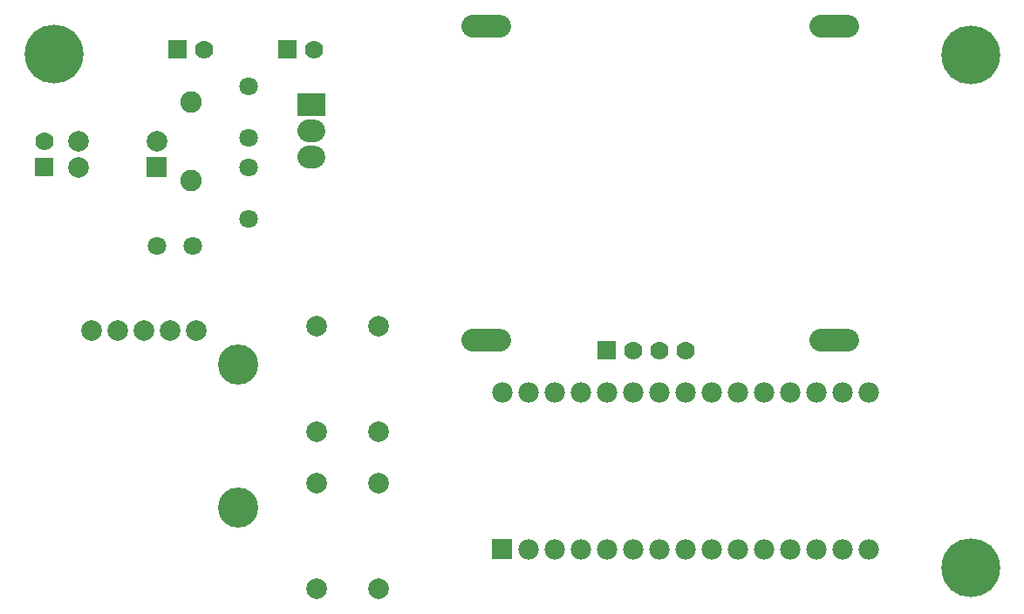
<source format=gbs>
G04 Layer: BottomSolderMaskLayer*
G04 EasyEDA v6.4.7, 2020-11-16T16:22:07+01:00*
G04 2d597777df414444a141df10d1f533aa,ed05136cbb5443d0bd3f5f3a1b1e84d4,10*
G04 Gerber Generator version 0.2*
G04 Scale: 100 percent, Rotated: No, Reflected: No *
G04 Dimensions in millimeters *
G04 leading zeros omitted , absolute positions ,3 integer and 3 decimal *
%FSLAX33Y33*%
%MOMM*%
G90*
D02*

%ADD24C,1.778000*%
%ADD32C,2.203196*%
%ADD33C,5.703189*%
%ADD35C,2.003196*%
%ADD36C,2.082800*%
%ADD38C,1.803197*%
%ADD39C,3.903193*%
%ADD41C,1.981200*%

%LPD*%
G54D32*
G01X45690Y57714D02*
G01X48289Y57714D01*
G01X79472Y57714D02*
G01X82071Y57714D01*
G01X79472Y27234D02*
G01X82071Y27234D01*
G01X45690Y27234D02*
G01X48289Y27234D01*
G01X30221Y47554D02*
G01X29722Y47554D01*
G01X30221Y45014D02*
G01X29722Y45014D01*
G54D33*
G01X4999Y55000D03*
G01X93980Y5136D03*
G01X93980Y54920D03*
G36*
G01X13985Y42997D02*
G01X13985Y44998D01*
G01X15986Y44998D01*
G01X15986Y42997D01*
G01X13985Y42997D01*
G37*
G54D35*
G01X14986Y46538D03*
G01X7366Y46538D03*
G01X7366Y43998D03*
G54D36*
G01X18288Y42728D03*
G01X18288Y50348D03*
G36*
G01X28620Y48991D02*
G01X28620Y51196D01*
G01X31323Y51196D01*
G01X31323Y48991D01*
G01X28620Y48991D01*
G37*
G54D38*
G01X18514Y36378D03*
G01X15013Y36378D03*
G36*
G01X16129Y54539D02*
G01X16129Y56317D01*
G01X17907Y56317D01*
G01X17907Y54539D01*
G01X16129Y54539D01*
G37*
G54D24*
G01X19558Y55428D03*
G36*
G01X26797Y54539D02*
G01X26797Y56317D01*
G01X28575Y56317D01*
G01X28575Y54539D01*
G01X26797Y54539D01*
G37*
G01X30226Y55428D03*
G36*
G01X3175Y43109D02*
G01X3175Y44887D01*
G01X4953Y44887D01*
G01X4953Y43109D01*
G01X3175Y43109D01*
G37*
G01X4064Y46538D03*
G54D35*
G01X36527Y28573D03*
G01X36527Y18274D03*
G01X30528Y28573D03*
G01X30528Y18273D03*
G01X36527Y13333D03*
G01X36527Y3034D03*
G01X30528Y13333D03*
G01X30528Y3033D03*
G01X18848Y28144D03*
G01X16308Y28144D03*
G01X13768Y28144D03*
G01X11228Y28144D03*
G01X8688Y28144D03*
G54D39*
G01X22922Y24819D03*
G01X22922Y10919D03*
G36*
G01X47523Y5923D02*
G01X47523Y7904D01*
G01X49504Y7904D01*
G01X49504Y5923D01*
G01X47523Y5923D01*
G37*
G54D41*
G01X51054Y6914D03*
G01X53594Y6914D03*
G01X56134Y6914D03*
G01X58674Y6914D03*
G01X61214Y6914D03*
G01X63754Y6914D03*
G01X66294Y6914D03*
G01X68834Y6914D03*
G01X71374Y6914D03*
G01X73914Y6914D03*
G01X76454Y6914D03*
G01X78994Y6914D03*
G01X81534Y6914D03*
G01X84074Y6914D03*
G01X48514Y22154D03*
G01X51054Y22154D03*
G01X53594Y22154D03*
G01X56134Y22154D03*
G01X58674Y22154D03*
G01X61214Y22154D03*
G01X63754Y22154D03*
G01X66294Y22154D03*
G01X68834Y22154D03*
G01X71374Y22154D03*
G01X73914Y22154D03*
G01X76454Y22154D03*
G01X78994Y22154D03*
G01X81534Y22154D03*
G01X84074Y22154D03*
G36*
G01X57785Y25329D02*
G01X57785Y27107D01*
G01X59563Y27107D01*
G01X59563Y25329D01*
G01X57785Y25329D01*
G37*
G54D24*
G01X61214Y26218D03*
G01X63754Y26218D03*
G01X66294Y26218D03*
G54D38*
G01X23876Y51831D03*
G01X23876Y46831D03*
G01X23876Y38957D03*
G01X23876Y43957D03*
M00*
M02*

</source>
